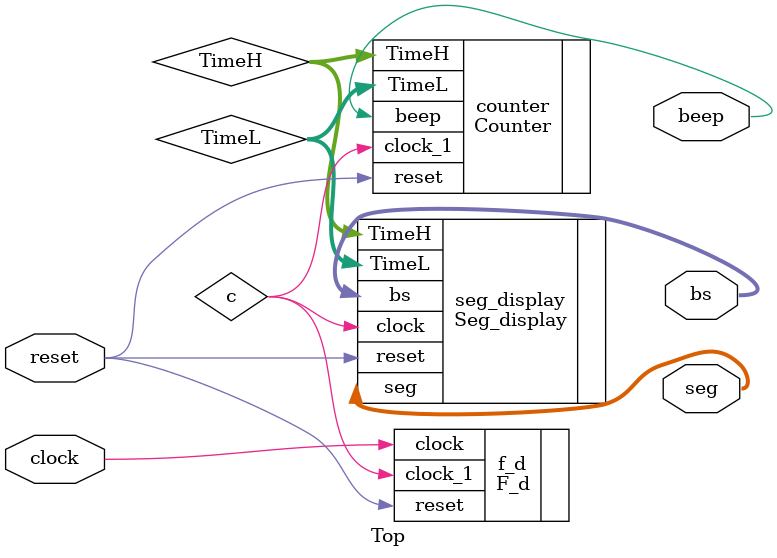
<source format=v>
/*
 * Top
 * ---------------------
 * For: University of Leeds
 * Date: 6th May 2021
 *
 * Description
 * ------------
 * Connect each module
 */
 
module Top(
clock,
reset,
beep,
seg,
bs
);

 input clock;
 input reset;
 output [1:0] seg;
 output [7:0] bs;
 output beep;
 
 wire c;
 wire [3:0] TimeL;
 wire [3:0] TimeH;

 F_d f_d(
 .clock(clock),
 .reset(reset),
 .clock_1(c)
 );
 
 Counter counter(
 .clock_1(c),
 .reset(reset),
 .TimeH(TimeH),
 .TimeL(TimeL),
 .beep(beep)
 );
 
 Seg_display seg_display(
 .clock(c),
 .reset(reset),
 .TimeH(TimeH),
 .TimeL(TimeL),
 .seg(seg),
 .bs(bs)
 );
 
 endmodule
 
</source>
